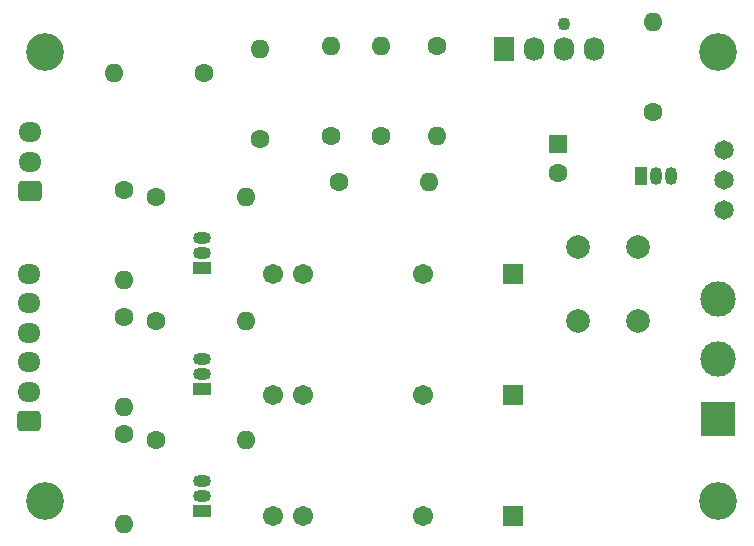
<source format=gbs>
G04 #@! TF.GenerationSoftware,KiCad,Pcbnew,8.0.2-8.0.2-0~ubuntu22.04.1*
G04 #@! TF.CreationDate,2024-06-07T15:14:38-07:00*
G04 #@! TF.ProjectId,pifire-relay-pwm-module-SSR,70696669-7265-42d7-9265-6c61792d7077,rev?*
G04 #@! TF.SameCoordinates,Original*
G04 #@! TF.FileFunction,Soldermask,Bot*
G04 #@! TF.FilePolarity,Negative*
%FSLAX46Y46*%
G04 Gerber Fmt 4.6, Leading zero omitted, Abs format (unit mm)*
G04 Created by KiCad (PCBNEW 8.0.2-8.0.2-0~ubuntu22.04.1) date 2024-06-07 15:14:38*
%MOMM*%
%LPD*%
G01*
G04 APERTURE LIST*
G04 Aperture macros list*
%AMRoundRect*
0 Rectangle with rounded corners*
0 $1 Rounding radius*
0 $2 $3 $4 $5 $6 $7 $8 $9 X,Y pos of 4 corners*
0 Add a 4 corners polygon primitive as box body*
4,1,4,$2,$3,$4,$5,$6,$7,$8,$9,$2,$3,0*
0 Add four circle primitives for the rounded corners*
1,1,$1+$1,$2,$3*
1,1,$1+$1,$4,$5*
1,1,$1+$1,$6,$7*
1,1,$1+$1,$8,$9*
0 Add four rect primitives between the rounded corners*
20,1,$1+$1,$2,$3,$4,$5,0*
20,1,$1+$1,$4,$5,$6,$7,0*
20,1,$1+$1,$6,$7,$8,$9,0*
20,1,$1+$1,$8,$9,$2,$3,0*%
G04 Aperture macros list end*
%ADD10C,1.651000*%
%ADD11C,1.600000*%
%ADD12O,1.600000X1.600000*%
%ADD13RoundRect,0.102000X0.754000X0.754000X-0.754000X0.754000X-0.754000X-0.754000X0.754000X-0.754000X0*%
%ADD14C,1.712000*%
%ADD15C,3.200000*%
%ADD16R,1.500000X1.050000*%
%ADD17O,1.500000X1.050000*%
%ADD18C,2.000000*%
%ADD19C,1.100000*%
%ADD20R,1.730000X2.030000*%
%ADD21O,1.730000X2.030000*%
%ADD22RoundRect,0.250000X0.725000X-0.600000X0.725000X0.600000X-0.725000X0.600000X-0.725000X-0.600000X0*%
%ADD23O,1.950000X1.700000*%
%ADD24R,3.000000X3.000000*%
%ADD25C,3.000000*%
%ADD26R,1.050000X1.500000*%
%ADD27O,1.050000X1.500000*%
%ADD28R,1.600000X1.600000*%
G04 APERTURE END LIST*
D10*
X86500000Y-37250000D03*
X86500000Y-39790000D03*
X86500000Y-42330000D03*
D11*
X62250000Y-28440000D03*
D12*
X62250000Y-36060000D03*
D13*
X68660000Y-68250000D03*
D14*
X61040000Y-68250000D03*
X50880000Y-68250000D03*
X48340000Y-68250000D03*
D11*
X53940000Y-40000000D03*
D12*
X61560000Y-40000000D03*
D11*
X38440000Y-61832500D03*
D12*
X46060000Y-61832500D03*
D15*
X86000000Y-29000000D03*
D16*
X42332500Y-67852500D03*
D17*
X42332500Y-66582500D03*
X42332500Y-65312500D03*
D11*
X38440000Y-41250000D03*
D12*
X46060000Y-41250000D03*
D18*
X79250000Y-51750000D03*
X74170000Y-51740000D03*
D11*
X53250000Y-36060000D03*
D12*
X53250000Y-28440000D03*
D13*
X68660000Y-47750000D03*
D14*
X61040000Y-47750000D03*
X50880000Y-47750000D03*
X48340000Y-47750000D03*
D19*
X72960000Y-26590000D03*
D20*
X67880000Y-28750000D03*
D21*
X70420000Y-28750000D03*
X72960000Y-28750000D03*
X75500000Y-28750000D03*
D11*
X38440000Y-51750000D03*
D12*
X46060000Y-51750000D03*
D11*
X35750000Y-51380000D03*
D12*
X35750000Y-59000000D03*
D11*
X57500000Y-36060000D03*
D12*
X57500000Y-28440000D03*
D15*
X86000000Y-67000000D03*
D11*
X42500000Y-30750000D03*
D12*
X34880000Y-30750000D03*
D22*
X27725000Y-60250000D03*
D23*
X27725000Y-57750000D03*
X27725000Y-55250000D03*
X27725000Y-52750000D03*
X27725000Y-50250000D03*
X27725000Y-47750000D03*
D24*
X86000000Y-60080000D03*
D25*
X86000000Y-55000000D03*
X86000000Y-49920000D03*
D13*
X68660000Y-58000000D03*
D14*
X61040000Y-58000000D03*
X50880000Y-58000000D03*
X48340000Y-58000000D03*
D22*
X27750000Y-40750000D03*
D23*
X27750000Y-38250000D03*
X27750000Y-35750000D03*
D11*
X35750000Y-61272500D03*
D12*
X35750000Y-68892500D03*
D11*
X47250000Y-36310000D03*
D12*
X47250000Y-28690000D03*
D26*
X79460000Y-39500000D03*
D27*
X80730000Y-39500000D03*
X82000000Y-39500000D03*
D16*
X42332500Y-57500000D03*
D17*
X42332500Y-56230000D03*
X42332500Y-54960000D03*
D11*
X80500000Y-34060000D03*
D12*
X80500000Y-26440000D03*
D15*
X29000000Y-29000000D03*
D11*
X35750000Y-40690000D03*
D12*
X35750000Y-48310000D03*
D18*
X79250000Y-45500000D03*
X74170000Y-45490000D03*
D28*
X72500000Y-36750000D03*
D11*
X72500000Y-39250000D03*
D16*
X42332500Y-47290000D03*
D17*
X42332500Y-46020000D03*
X42332500Y-44750000D03*
D15*
X29000000Y-67000000D03*
M02*

</source>
